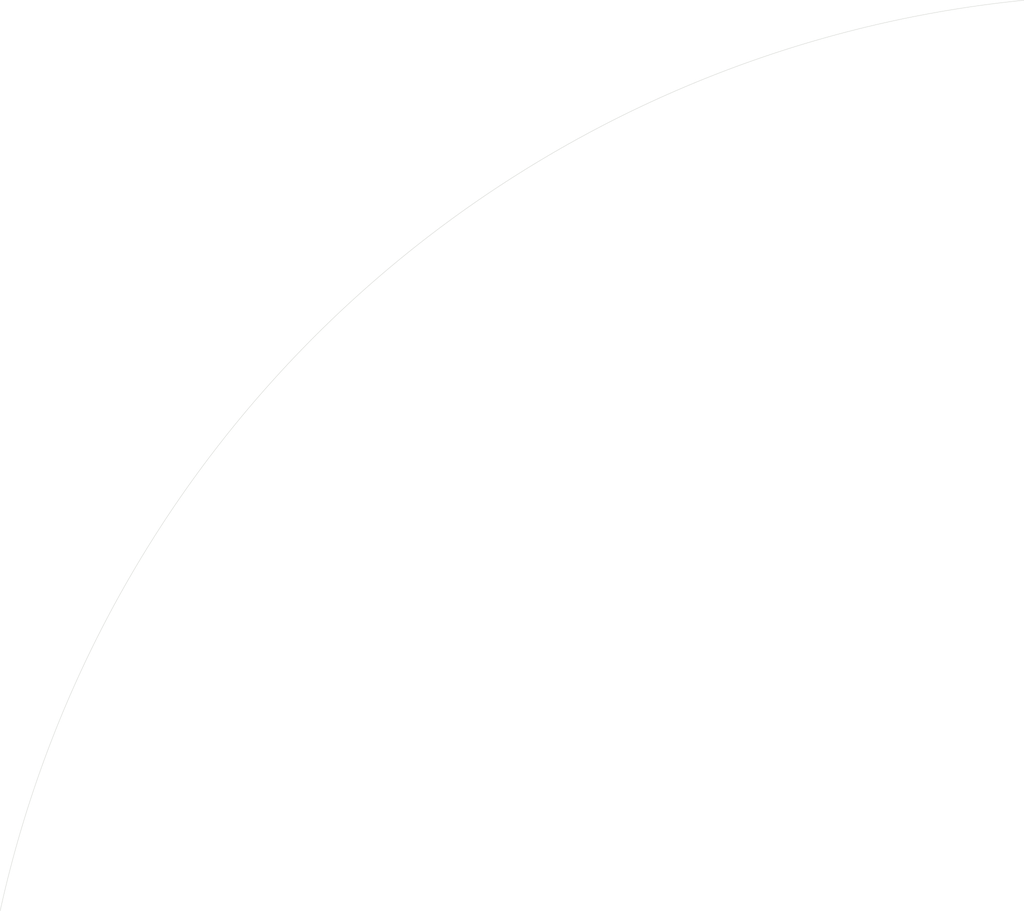
<source format=kicad_pcb>
(kicad_pcb (version 3) (host pcbnew "test.svg")

  (general
    (links 0)
    (no_connects 0)
    (area 0 0 0 0)
    (thickness 1.6)
    (drawings 5)
    (tracks 0)
    (zones 0)
    (modules 0)
    (nets 1)
  )

  (page A3)
  (layers
    (15 F.Cu signal)
    (0 B.Cu signal)
    (16 B.Adhes user)
    (17 F.Adhes user)
    (18 B.Paste user)
    (19 F.Paste user)
    (20 B.SilkS user)
    (21 F.SilkS user)
    (22 B.Mask user)
    (23 F.Mask user)
    (24 Dwgs.User user)
    (25 Cmts.User user)
    (26 Eco1.User user)
    (27 Eco2.User user)
    (28 Edge.Cuts user)
  )

  (setup
    (last_trace_width 0.254)
    (trace_clearance 0.254)
    (zone_clearance 0.508)
    (zone_45_only no)
    (trace_min 0.254)
    (segment_width 0.2)
    (edge_width 0.1)
    (via_size 0.889)
    (via_drill 0.635)
    (via_min_size 0.889)
    (via_min_drill 0.508)
    (uvia_size 0.508)
    (uvia_drill 0.127)
    (uvias_allowed no)
    (uvia_min_size 0.508)
    (uvia_min_drill 0.127)
    (pcb_text_width 0.3)
    (pcb_text_size 1.5 1.5)
    (mod_edge_width 0.15)
    (mod_text_size 1 1)
    (mod_text_width 0.15)
    (pad_size 1.5 1.5)
    (pad_drill 0.6)
    (pad_to_mask_clearance 0)
    (aux_axis_origin 0 0)
    (visible_elements FFFFF77F)
    (pcbplotparams
      (layerselection 3178497)
      (usegerberextensions true)
      (excludeedgelayer true)
      (linewidth 152400)
      (plotframeref false)
      (viasonmask false)
      (mode 1)
      (useauxorigin false)
      (hpglpennumber 1)
      (hpglpenspeed 20)
      (hpglpendiameter 15)
      (hpglpenoverlay 2)
      (psnegative false)
      (psa4output false)
      (plotreference true)
      (plotvalue true)
      (plotothertext true)
      (plotinvisibletext false)
      (padsonsilk false)
      (subtractmaskfromsilk false)
      (outputformat 1)
      (mirror false)
      (drillshape 1)
      (scaleselection 1)
      (outputdirectory ""))
  )

  (net 0 "")

  (net_class Default "This is the default net class."
    (clearance 0.254)
    (trace_width 0.254)
    (via_dia 0.889)
    (via_drill 0.635)
    (uvia_dia 0.508)
    (uvia_drill 0.127)
    (add_net "")
  )

  (gr_arc (start 353.4992658204953 -452.8107099379194) (end 350.7264709472656 -480.5567932128906) (angle -71.89729841621488) (layer Edge.Cuts) (width 0.01))

)

</source>
